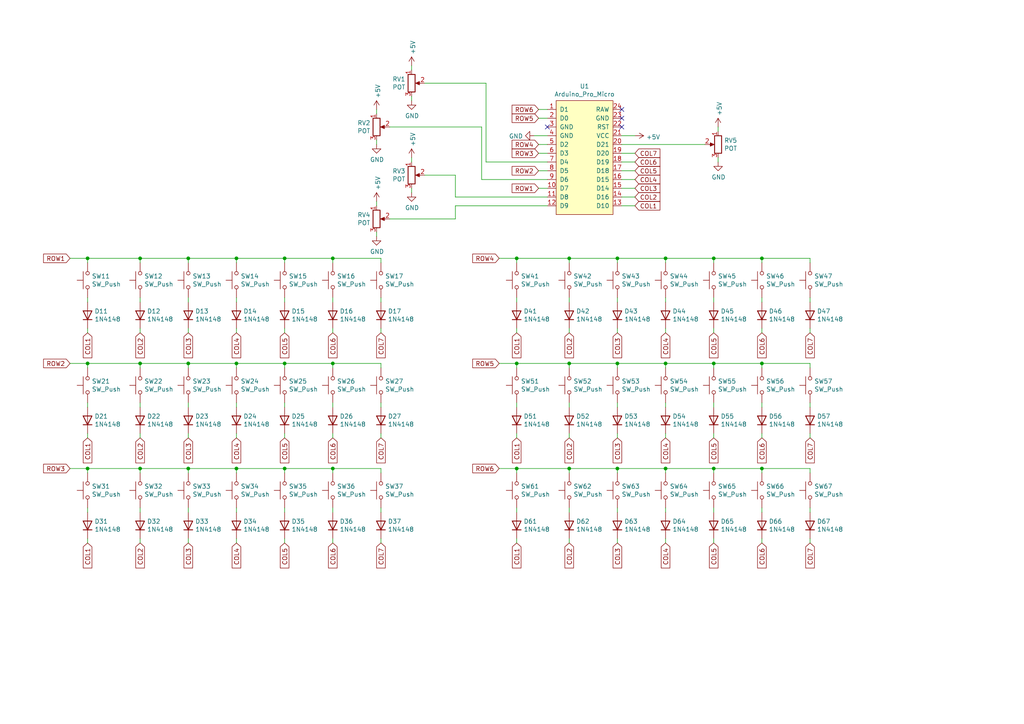
<source format=kicad_sch>
(kicad_sch (version 20211123) (generator eeschema)
  (paper "A4")
  (junction (at 220.98 105.41))
  (junction (at 149.86 105.41))
  (junction (at 193.04 74.93))
  (junction (at 68.58 74.93))
  (junction (at 96.52 105.41))
  (junction (at 207.01 105.41))
  (junction (at 96.52 74.93))
  (junction (at 179.07 135.89))
  (junction (at 40.64 135.89))
  (junction (at 25.4 135.89))
  (junction (at 54.61 105.41))
  (junction (at 54.61 74.93))
  (junction (at 25.4 74.93))
  (junction (at 149.86 74.93))
  (junction (at 179.07 74.93))
  (junction (at 207.01 135.89))
  (junction (at 40.64 105.41))
  (junction (at 25.4 105.41))
  (junction (at 40.64 74.93))
  (junction (at 96.52 135.89))
  (junction (at 149.86 135.89))
  (junction (at 68.58 135.89))
  (junction (at 193.04 105.41))
  (junction (at 165.1 135.89))
  (junction (at 165.1 105.41))
  (junction (at 207.01 74.93))
  (junction (at 68.58 105.41))
  (junction (at 82.55 74.93))
  (junction (at 165.1 74.93))
  (junction (at 220.98 74.93))
  (junction (at 193.04 135.89))
  (junction (at 82.55 105.41))
  (junction (at 220.98 135.89))
  (junction (at 179.07 105.41))
  (junction (at 82.55 135.89))
  (junction (at 54.61 135.89))
  (no_connect (at 180.34 31.75))
  (no_connect (at 158.75 36.83))
  (no_connect (at 180.34 36.83))
  (no_connect (at 180.34 34.29))
  (wire (pts (xy 40.64 106.68) (xy 40.64 105.41)))
  (wire (pts (xy 207.01 116.84) (xy 207.01 118.11)))
  (wire (pts (xy 25.4 135.89) (xy 40.64 135.89)))
  (wire (pts (xy 220.98 74.93) (xy 234.95 74.93)))
  (wire (pts (xy 179.07 116.84) (xy 179.07 118.11)))
  (wire (pts (xy 207.01 105.41) (xy 220.98 105.41)))
  (wire (pts (xy 68.58 157.48) (xy 68.58 156.21)))
  (wire (pts (xy 180.34 49.53) (xy 184.15 49.53)))
  (wire (pts (xy 140.97 46.99) (xy 158.75 46.99)))
  (wire (pts (xy 149.86 147.32) (xy 149.86 148.59)))
  (wire (pts (xy 40.64 116.84) (xy 40.64 118.11)))
  (wire (pts (xy 165.1 135.89) (xy 179.07 135.89)))
  (wire (pts (xy 82.55 96.52) (xy 82.55 95.25)))
  (wire (pts (xy 220.98 86.36) (xy 220.98 87.63)))
  (wire (pts (xy 68.58 74.93) (xy 82.55 74.93)))
  (wire (pts (xy 123.19 24.13) (xy 140.97 24.13)))
  (wire (pts (xy 220.98 127) (xy 220.98 125.73)))
  (wire (pts (xy 96.52 116.84) (xy 96.52 118.11)))
  (wire (pts (xy 96.52 86.36) (xy 96.52 87.63)))
  (wire (pts (xy 40.64 157.48) (xy 40.64 156.21)))
  (wire (pts (xy 144.78 135.89) (xy 149.86 135.89)))
  (wire (pts (xy 96.52 135.89) (xy 110.49 135.89)))
  (wire (pts (xy 179.07 127) (xy 179.07 125.73)))
  (wire (pts (xy 179.07 135.89) (xy 193.04 135.89)))
  (wire (pts (xy 208.28 36.83) (xy 208.28 38.1)))
  (wire (pts (xy 132.08 63.5) (xy 132.08 59.69)))
  (wire (pts (xy 234.95 116.84) (xy 234.95 118.11)))
  (wire (pts (xy 139.7 36.83) (xy 139.7 52.07)))
  (wire (pts (xy 20.32 74.93) (xy 25.4 74.93)))
  (wire (pts (xy 165.1 74.93) (xy 179.07 74.93)))
  (wire (pts (xy 54.61 135.89) (xy 68.58 135.89)))
  (wire (pts (xy 54.61 147.32) (xy 54.61 148.59)))
  (wire (pts (xy 40.64 135.89) (xy 54.61 135.89)))
  (wire (pts (xy 180.34 52.07) (xy 184.15 52.07)))
  (wire (pts (xy 54.61 74.93) (xy 68.58 74.93)))
  (wire (pts (xy 68.58 96.52) (xy 68.58 95.25)))
  (wire (pts (xy 96.52 127) (xy 96.52 125.73)))
  (wire (pts (xy 180.34 39.37) (xy 184.15 39.37)))
  (wire (pts (xy 139.7 52.07) (xy 158.75 52.07)))
  (wire (pts (xy 96.52 147.32) (xy 96.52 148.59)))
  (wire (pts (xy 193.04 74.93) (xy 193.04 76.2)))
  (wire (pts (xy 68.58 74.93) (xy 68.58 76.2)))
  (wire (pts (xy 82.55 86.36) (xy 82.55 87.63)))
  (wire (pts (xy 110.49 86.36) (xy 110.49 87.63)))
  (wire (pts (xy 68.58 127) (xy 68.58 125.73)))
  (wire (pts (xy 40.64 86.36) (xy 40.64 87.63)))
  (wire (pts (xy 179.07 86.36) (xy 179.07 87.63)))
  (wire (pts (xy 113.03 63.5) (xy 132.08 63.5)))
  (wire (pts (xy 149.86 157.48) (xy 149.86 156.21)))
  (wire (pts (xy 234.95 127) (xy 234.95 125.73)))
  (wire (pts (xy 40.64 137.16) (xy 40.64 135.89)))
  (wire (pts (xy 207.01 135.89) (xy 220.98 135.89)))
  (wire (pts (xy 54.61 76.2) (xy 54.61 74.93)))
  (wire (pts (xy 207.01 157.48) (xy 207.01 156.21)))
  (wire (pts (xy 207.01 96.52) (xy 207.01 95.25)))
  (wire (pts (xy 68.58 135.89) (xy 82.55 135.89)))
  (wire (pts (xy 165.1 137.16) (xy 165.1 135.89)))
  (wire (pts (xy 220.98 137.16) (xy 220.98 135.89)))
  (wire (pts (xy 193.04 135.89) (xy 207.01 135.89)))
  (wire (pts (xy 82.55 137.16) (xy 82.55 135.89)))
  (wire (pts (xy 140.97 24.13) (xy 140.97 46.99)))
  (wire (pts (xy 207.01 137.16) (xy 207.01 135.89)))
  (wire (pts (xy 82.55 157.48) (xy 82.55 156.21)))
  (wire (pts (xy 154.94 39.37) (xy 158.75 39.37)))
  (wire (pts (xy 207.01 147.32) (xy 207.01 148.59)))
  (wire (pts (xy 109.22 31.75) (xy 109.22 33.02)))
  (wire (pts (xy 193.04 105.41) (xy 207.01 105.41)))
  (wire (pts (xy 25.4 76.2) (xy 25.4 74.93)))
  (wire (pts (xy 220.98 96.52) (xy 220.98 95.25)))
  (wire (pts (xy 110.49 147.32) (xy 110.49 148.59)))
  (wire (pts (xy 193.04 105.41) (xy 193.04 106.68)))
  (wire (pts (xy 132.08 50.8) (xy 132.08 57.15)))
  (wire (pts (xy 207.01 86.36) (xy 207.01 87.63)))
  (wire (pts (xy 193.04 127) (xy 193.04 125.73)))
  (wire (pts (xy 158.75 34.29) (xy 156.21 34.29)))
  (wire (pts (xy 40.64 127) (xy 40.64 125.73)))
  (wire (pts (xy 220.98 157.48) (xy 220.98 156.21)))
  (wire (pts (xy 54.61 105.41) (xy 68.58 105.41)))
  (wire (pts (xy 156.21 49.53) (xy 158.75 49.53)))
  (wire (pts (xy 110.49 74.93) (xy 110.49 76.2)))
  (wire (pts (xy 156.21 44.45) (xy 158.75 44.45)))
  (wire (pts (xy 110.49 96.52) (xy 110.49 95.25)))
  (wire (pts (xy 96.52 106.68) (xy 96.52 105.41)))
  (wire (pts (xy 149.86 105.41) (xy 165.1 105.41)))
  (wire (pts (xy 68.58 105.41) (xy 82.55 105.41)))
  (wire (pts (xy 25.4 147.32) (xy 25.4 148.59)))
  (wire (pts (xy 180.34 54.61) (xy 184.15 54.61)))
  (wire (pts (xy 207.01 76.2) (xy 207.01 74.93)))
  (wire (pts (xy 180.34 46.99) (xy 184.15 46.99)))
  (wire (pts (xy 25.4 106.68) (xy 25.4 105.41)))
  (wire (pts (xy 149.86 74.93) (xy 165.1 74.93)))
  (wire (pts (xy 207.01 127) (xy 207.01 125.73)))
  (wire (pts (xy 25.4 116.84) (xy 25.4 118.11)))
  (wire (pts (xy 165.1 147.32) (xy 165.1 148.59)))
  (wire (pts (xy 220.98 106.68) (xy 220.98 105.41)))
  (wire (pts (xy 109.22 67.31) (xy 109.22 68.58)))
  (wire (pts (xy 54.61 116.84) (xy 54.61 118.11)))
  (wire (pts (xy 149.86 116.84) (xy 149.86 118.11)))
  (wire (pts (xy 82.55 106.68) (xy 82.55 105.41)))
  (wire (pts (xy 234.95 135.89) (xy 234.95 137.16)))
  (wire (pts (xy 123.19 50.8) (xy 132.08 50.8)))
  (wire (pts (xy 193.04 135.89) (xy 193.04 137.16)))
  (wire (pts (xy 119.38 54.61) (xy 119.38 55.88)))
  (wire (pts (xy 149.86 137.16) (xy 149.86 135.89)))
  (wire (pts (xy 180.34 44.45) (xy 184.15 44.45)))
  (wire (pts (xy 144.78 74.93) (xy 149.86 74.93)))
  (wire (pts (xy 156.21 41.91) (xy 158.75 41.91)))
  (wire (pts (xy 208.28 46.99) (xy 208.28 45.72)))
  (wire (pts (xy 20.32 135.89) (xy 25.4 135.89)))
  (wire (pts (xy 54.61 106.68) (xy 54.61 105.41)))
  (wire (pts (xy 149.86 135.89) (xy 165.1 135.89)))
  (wire (pts (xy 149.86 127) (xy 149.86 125.73)))
  (wire (pts (xy 110.49 116.84) (xy 110.49 118.11)))
  (wire (pts (xy 68.58 116.84) (xy 68.58 118.11)))
  (wire (pts (xy 68.58 86.36) (xy 68.58 87.63)))
  (wire (pts (xy 156.21 54.61) (xy 158.75 54.61)))
  (wire (pts (xy 179.07 157.48) (xy 179.07 156.21)))
  (wire (pts (xy 40.64 147.32) (xy 40.64 148.59)))
  (wire (pts (xy 165.1 105.41) (xy 179.07 105.41)))
  (wire (pts (xy 179.07 105.41) (xy 193.04 105.41)))
  (wire (pts (xy 158.75 31.75) (xy 156.21 31.75)))
  (wire (pts (xy 20.32 105.41) (xy 25.4 105.41)))
  (wire (pts (xy 109.22 58.42) (xy 109.22 59.69)))
  (wire (pts (xy 25.4 96.52) (xy 25.4 95.25)))
  (wire (pts (xy 180.34 41.91) (xy 204.47 41.91)))
  (wire (pts (xy 113.03 36.83) (xy 139.7 36.83)))
  (wire (pts (xy 132.08 59.69) (xy 158.75 59.69)))
  (wire (pts (xy 82.55 74.93) (xy 96.52 74.93)))
  (wire (pts (xy 165.1 96.52) (xy 165.1 95.25)))
  (wire (pts (xy 149.86 86.36) (xy 149.86 87.63)))
  (wire (pts (xy 179.07 74.93) (xy 193.04 74.93)))
  (wire (pts (xy 180.34 59.69) (xy 184.15 59.69)))
  (wire (pts (xy 180.34 57.15) (xy 184.15 57.15)))
  (wire (pts (xy 68.58 105.41) (xy 68.58 106.68)))
  (wire (pts (xy 179.07 137.16) (xy 179.07 135.89)))
  (wire (pts (xy 165.1 86.36) (xy 165.1 87.63)))
  (wire (pts (xy 234.95 147.32) (xy 234.95 148.59)))
  (wire (pts (xy 149.86 76.2) (xy 149.86 74.93)))
  (wire (pts (xy 96.52 157.48) (xy 96.52 156.21)))
  (wire (pts (xy 25.4 157.48) (xy 25.4 156.21)))
  (wire (pts (xy 193.04 96.52) (xy 193.04 95.25)))
  (wire (pts (xy 109.22 40.64) (xy 109.22 41.91)))
  (wire (pts (xy 119.38 19.05) (xy 119.38 20.32)))
  (wire (pts (xy 179.07 96.52) (xy 179.07 95.25)))
  (wire (pts (xy 68.58 147.32) (xy 68.58 148.59)))
  (wire (pts (xy 68.58 135.89) (xy 68.58 137.16)))
  (wire (pts (xy 110.49 105.41) (xy 110.49 106.68)))
  (wire (pts (xy 165.1 76.2) (xy 165.1 74.93)))
  (wire (pts (xy 234.95 105.41) (xy 234.95 106.68)))
  (wire (pts (xy 40.64 76.2) (xy 40.64 74.93)))
  (wire (pts (xy 110.49 135.89) (xy 110.49 137.16)))
  (wire (pts (xy 82.55 116.84) (xy 82.55 118.11)))
  (wire (pts (xy 25.4 137.16) (xy 25.4 135.89)))
  (wire (pts (xy 207.01 106.68) (xy 207.01 105.41)))
  (wire (pts (xy 144.78 105.41) (xy 149.86 105.41)))
  (wire (pts (xy 54.61 96.52) (xy 54.61 95.25)))
  (wire (pts (xy 25.4 74.93) (xy 40.64 74.93)))
  (wire (pts (xy 54.61 127) (xy 54.61 125.73)))
  (wire (pts (xy 220.98 76.2) (xy 220.98 74.93)))
  (wire (pts (xy 234.95 74.93) (xy 234.95 76.2)))
  (wire (pts (xy 54.61 137.16) (xy 54.61 135.89)))
  (wire (pts (xy 96.52 76.2) (xy 96.52 74.93)))
  (wire (pts (xy 149.86 106.68) (xy 149.86 105.41)))
  (wire (pts (xy 96.52 137.16) (xy 96.52 135.89)))
  (wire (pts (xy 40.64 96.52) (xy 40.64 95.25)))
  (wire (pts (xy 193.04 157.48) (xy 193.04 156.21)))
  (wire (pts (xy 82.55 147.32) (xy 82.55 148.59)))
  (wire (pts (xy 165.1 116.84) (xy 165.1 118.11)))
  (wire (pts (xy 82.55 127) (xy 82.55 125.73)))
  (wire (pts (xy 96.52 96.52) (xy 96.52 95.25)))
  (wire (pts (xy 193.04 86.36) (xy 193.04 87.63)))
  (wire (pts (xy 193.04 147.32) (xy 193.04 148.59)))
  (wire (pts (xy 40.64 105.41) (xy 54.61 105.41)))
  (wire (pts (xy 119.38 45.72) (xy 119.38 46.99)))
  (wire (pts (xy 96.52 105.41) (xy 110.49 105.41)))
  (wire (pts (xy 132.08 57.15) (xy 158.75 57.15)))
  (wire (pts (xy 82.55 135.89) (xy 96.52 135.89)))
  (wire (pts (xy 179.07 106.68) (xy 179.07 105.41)))
  (wire (pts (xy 25.4 86.36) (xy 25.4 87.63)))
  (wire (pts (xy 207.01 74.93) (xy 220.98 74.93)))
  (wire (pts (xy 220.98 116.84) (xy 220.98 118.11)))
  (wire (pts (xy 179.07 76.2) (xy 179.07 74.93)))
  (wire (pts (xy 234.95 157.48) (xy 234.95 156.21)))
  (wire (pts (xy 82.55 105.41) (xy 96.52 105.41)))
  (wire (pts (xy 110.49 157.48) (xy 110.49 156.21)))
  (wire (pts (xy 40.64 74.93) (xy 54.61 74.93)))
  (wire (pts (xy 25.4 127) (xy 25.4 125.73)))
  (wire (pts (xy 220.98 105.41) (xy 234.95 105.41)))
  (wire (pts (xy 193.04 74.93) (xy 207.01 74.93)))
  (wire (pts (xy 96.52 74.93) (xy 110.49 74.93)))
  (wire (pts (xy 149.86 96.52) (xy 149.86 95.25)))
  (wire (pts (xy 82.55 76.2) (xy 82.55 74.93)))
  (wire (pts (xy 193.04 116.84) (xy 193.04 118.11)))
  (wire (pts (xy 234.95 86.36) (xy 234.95 87.63)))
  (wire (pts (xy 165.1 106.68) (xy 165.1 105.41)))
  (wire (pts (xy 54.61 157.48) (xy 54.61 156.21)))
  (wire (pts (xy 220.98 147.32) (xy 220.98 148.59)))
  (wire (pts (xy 165.1 127) (xy 165.1 125.73)))
  (wire (pts (xy 234.95 96.52) (xy 234.95 95.25)))
  (wire (pts (xy 54.61 86.36) (xy 54.61 87.63)))
  (wire (pts (xy 220.98 135.89) (xy 234.95 135.89)))
  (wire (pts (xy 110.49 127) (xy 110.49 125.73)))
  (wire (pts (xy 25.4 105.41) (xy 40.64 105.41)))
  (wire (pts (xy 165.1 157.48) (xy 165.1 156.21)))
  (wire (pts (xy 119.38 27.94) (xy 119.38 29.21)))
  (wire (pts (xy 179.07 147.32) (xy 179.07 148.59)))
  (global_label "COL1" (shape input) (at 25.4 127 270) (property "Références Inter-Feuilles" "${INTERSHEET_REFS}" (effects hide)))
  (global_label "COL1" (shape input) (at 25.4 157.48 270) (property "Références Inter-Feuilles" "${INTERSHEET_REFS}" (effects hide)))
  (global_label "COL5" (shape input) (at 82.55 127 270) (property "Références Inter-Feuilles" "${INTERSHEET_REFS}" (effects hide)))
  (global_label "COL7" (shape input) (at 110.49 127 270) (property "Références Inter-Feuilles" "${INTERSHEET_REFS}" (effects hide)))
  (global_label "COL3" (shape input) (at 54.61 157.48 270) (property "Références Inter-Feuilles" "${INTERSHEET_REFS}" (effects hide)))
  (global_label "COL6" (shape input) (at 96.52 127 270) (property "Références Inter-Feuilles" "${INTERSHEET_REFS}" (effects hide)))
  (global_label "COL5" (shape input) (at 207.01 157.48 270) (property "Références Inter-Feuilles" "${INTERSHEET_REFS}" (effects hide)))
  (global_label "COL2" (shape input) (at 40.64 96.52 270) (property "Références Inter-Feuilles" "${INTERSHEET_REFS}" (effects hide)))
  (global_label "COL4" (shape input) (at 68.58 127 270) (property "Références Inter-Feuilles" "${INTERSHEET_REFS}" (effects hide)))
  (global_label "ROW2" (shape input) (at 156.21 49.53 180) (property "Références Inter-Feuilles" "${INTERSHEET_REFS}" (effects hide)))
  (global_label "COL6" (shape input) (at 184.15 46.99 0) (property "Références Inter-Feuilles" "${INTERSHEET_REFS}" (effects hide)))
  (global_label "COL7" (shape input) (at 110.49 96.52 270) (property "Références Inter-Feuilles" "${INTERSHEET_REFS}" (effects hide)))
  (global_label "ROW3" (shape input) (at 156.21 44.45 180) (property "Références Inter-Feuilles" "${INTERSHEET_REFS}" (effects hide)))
  (global_label "COL6" (shape input) (at 220.98 96.52 270) (property "Références Inter-Feuilles" "${INTERSHEET_REFS}" (effects hide)))
  (global_label "ROW1" (shape input) (at 20.32 74.93 180) (property "Références Inter-Feuilles" "${INTERSHEET_REFS}" (effects hide)))
  (global_label "COL3" (shape input) (at 54.61 127 270) (property "Références Inter-Feuilles" "${INTERSHEET_REFS}" (effects hide)))
  (global_label "COL2" (shape input) (at 165.1 96.52 270) (property "Références Inter-Feuilles" "${INTERSHEET_REFS}" (effects hide)))
  (global_label "COL5" (shape input) (at 207.01 127 270) (property "Références Inter-Feuilles" "${INTERSHEET_REFS}" (effects hide)))
  (global_label "COL1" (shape input) (at 184.15 59.69 0) (property "Références Inter-Feuilles" "${INTERSHEET_REFS}" (effects hide)))
  (global_label "COL7" (shape input) (at 234.95 157.48 270) (property "Références Inter-Feuilles" "${INTERSHEET_REFS}" (effects hide)))
  (global_label "COL6" (shape input) (at 96.52 157.48 270) (property "Références Inter-Feuilles" "${INTERSHEET_REFS}" (effects hide)))
  (global_label "ROW4" (shape input) (at 144.78 74.93 180) (property "Références Inter-Feuilles" "${INTERSHEET_REFS}" (effects hide)))
  (global_label "COL2" (shape input) (at 184.15 57.15 0) (property "Références Inter-Feuilles" "${INTERSHEET_REFS}" (effects hide)))
  (global_label "COL7" (shape input) (at 110.49 157.48 270) (property "Références Inter-Feuilles" "${INTERSHEET_REFS}" (effects hide)))
  (global_label "COL3" (shape input) (at 179.07 127 270) (property "Références Inter-Feuilles" "${INTERSHEET_REFS}" (effects hide)))
  (global_label "ROW5" (shape input) (at 144.78 105.41 180) (property "Références Inter-Feuilles" "${INTERSHEET_REFS}" (effects hide)))
  (global_label "COL7" (shape input) (at 234.95 96.52 270) (property "Références Inter-Feuilles" "${INTERSHEET_REFS}" (effects hide)))
  (global_label "ROW5" (shape input) (at 156.21 34.29 180) (property "Références Inter-Feuilles" "${INTERSHEET_REFS}" (effects hide)))
  (global_label "COL7" (shape input) (at 234.95 127 270) (property "Références Inter-Feuilles" "${INTERSHEET_REFS}" (effects hide)))
  (global_label "COL4" (shape input) (at 184.15 52.07 0) (property "Références Inter-Feuilles" "${INTERSHEET_REFS}" (effects hide)))
  (global_label "ROW2" (shape input) (at 20.32 105.41 180) (property "Références Inter-Feuilles" "${INTERSHEET_REFS}" (effects hide)))
  (global_label "COL1" (shape input) (at 25.4 96.52 270) (property "Références Inter-Feuilles" "${INTERSHEET_REFS}" (effects hide)))
  (global_label "COL4" (shape input) (at 193.04 157.48 270) (property "Références Inter-Feuilles" "${INTERSHEET_REFS}" (effects hide)))
  (global_label "COL3" (shape input) (at 54.61 96.52 270) (property "Références Inter-Feuilles" "${INTERSHEET_REFS}" (effects hide)))
  (global_label "COL1" (shape input) (at 149.86 127 270) (property "Références Inter-Feuilles" "${INTERSHEET_REFS}" (effects hide)))
  (global_label "COL4" (shape input) (at 193.04 96.52 270) (property "Références Inter-Feuilles" "${INTERSHEET_REFS}" (effects hide)))
  (global_label "ROW6" (shape input) (at 144.78 135.89 180) (property "Références Inter-Feuilles" "${INTERSHEET_REFS}" (effects hide)))
  (global_label "COL4" (shape input) (at 68.58 96.52 270) (property "Références Inter-Feuilles" "${INTERSHEET_REFS}" (effects hide)))
  (global_label "COL5" (shape input) (at 207.01 96.52 270) (property "Références Inter-Feuilles" "${INTERSHEET_REFS}" (effects hide)))
  (global_label "COL4" (shape input) (at 68.58 157.48 270) (property "Références Inter-Feuilles" "${INTERSHEET_REFS}" (effects hide)))
  (global_label "COL7" (shape input) (at 184.15 44.45 0) (property "Références Inter-Feuilles" "${INTERSHEET_REFS}" (effects hide)))
  (global_label "COL5" (shape input) (at 184.15 49.53 0) (property "Références Inter-Feuilles" "${INTERSHEET_REFS}" (effects hide)))
  (global_label "COL2" (shape input) (at 40.64 127 270) (property "Références Inter-Feuilles" "${INTERSHEET_REFS}" (effects hide)))
  (global_label "ROW6" (shape input) (at 156.21 31.75 180) (property "Références Inter-Feuilles" "${INTERSHEET_REFS}" (effects hide)))
  (global_label "ROW4" (shape input) (at 156.21 41.91 180) (property "Références Inter-Feuilles" "${INTERSHEET_REFS}" (effects hide)))
  (global_label "COL1" (shape input) (at 149.86 157.48 270) (property "Références Inter-Feuilles" "${INTERSHEET_REFS}" (effects hide)))
  (global_label "ROW1" (shape input) (at 156.21 54.61 180) (property "Références Inter-Feuilles" "${INTERSHEET_REFS}" (effects hide)))
  (global_label "COL6" (shape input) (at 220.98 157.48 270) (property "Références Inter-Feuilles" "${INTERSHEET_REFS}" (effects hide)))
  (global_label "COL3" (shape input) (at 179.07 157.48 270) (property "Références Inter-Feuilles" "${INTERSHEET_REFS}" (effects hide)))
  (global_label "ROW3" (shape input) (at 20.32 135.89 180) (property "Références Inter-Feuilles" "${INTERSHEET_REFS}" (effects hide)))
  (global_label "COL6" (shape input) (at 96.52 96.52 270) (property "Références Inter-Feuilles" "${INTERSHEET_REFS}" (effects hide)))
  (global_label "COL2" (shape input) (at 40.64 157.48 270) (property "Références Inter-Feuilles" "${INTERSHEET_REFS}" (effects hide)))
  (global_label "COL3" (shape input) (at 184.15 54.61 0) (property "Références Inter-Feuilles" "${INTERSHEET_REFS}" (effects hide)))
  (global_label "COL6" (shape input) (at 220.98 127 270) (property "Références Inter-Feuilles" "${INTERSHEET_REFS}" (effects hide)))
  (global_label "COL2" (shape input) (at 165.1 157.48 270) (property "Références Inter-Feuilles" "${INTERSHEET_REFS}" (effects hide)))
  (global_label "COL2" (shape input) (at 165.1 127 270) (property "Références Inter-Feuilles" "${INTERSHEET_REFS}" (effects hide)))
  (global_label "COL5" (shape input) (at 82.55 96.52 270) (property "Références Inter-Feuilles" "${INTERSHEET_REFS}" (effects hide)))
  (global_label "COL5" (shape input) (at 82.55 157.48 270) (property "Références Inter-Feuilles" "${INTERSHEET_REFS}" (effects hide)))
  (global_label "COL1" (shape input) (at 149.86 96.52 270) (property "Références Inter-Feuilles" "${INTERSHEET_REFS}" (effects hide)))
  (global_label "COL4" (shape input) (at 193.04 127 270) (property "Références Inter-Feuilles" "${INTERSHEET_REFS}" (effects hide)))
  (global_label "COL3" (shape input) (at 179.07 96.52 270) (property "Références Inter-Feuilles" "${INTERSHEET_REFS}" (effects hide)))
  (symbol (lib_id "Switch:SW_Push") (at 25.4 81.28 90) (unit 1)
    (property "Reference" "SW11" (at 26.6192 80.1116 90) (effects (justify right)))
    (property "Value" "SW_Push" (at 26.6192 82.423 90) (effects (justify right)))
    (property "Footprint" "Button_Switch_Keyboard:SW_Cherry_MX1A_1.00u_PCB" (effects hide))
  )
  (symbol (lib_id "Switch:SW_Push") (at 40.64 81.28 90) (unit 1)
    (property "Reference" "SW12" (at 41.8592 80.1116 90) (effects (justify right)))
    (property "Value" "SW_Push" (at 41.8592 82.423 90) (effects (justify right)))
    (property "Footprint" "Button_Switch_Keyboard:SW_Cherry_MX1A_1.00u_PCB" (effects hide))
  )
  (symbol (lib_id "Switch:SW_Push") (at 54.61 81.28 90) (unit 1)
    (property "Reference" "SW13" (at 55.8292 80.1116 90) (effects (justify right)))
    (property "Value" "SW_Push" (at 55.8292 82.423 90) (effects (justify right)))
    (property "Footprint" "Button_Switch_Keyboard:SW_Cherry_MX1A_1.00u_PCB" (effects hide))
  )
  (symbol (lib_id "Switch:SW_Push") (at 68.58 81.28 90) (unit 1)
    (property "Reference" "SW14" (at 69.7992 80.1116 90) (effects (justify right)))
    (property "Value" "SW_Push" (at 69.7992 82.423 90) (effects (justify right)))
    (property "Footprint" "Button_Switch_Keyboard:SW_Cherry_MX1A_1.00u_PCB" (effects hide))
  )
  (symbol (lib_id "Switch:SW_Push") (at 25.4 111.76 90) (unit 1)
    (property "Reference" "SW21" (at 26.6192 110.5916 90) (effects (justify right)))
    (property "Value" "SW_Push" (at 26.6192 112.903 90) (effects (justify right)))
    (property "Footprint" "Button_Switch_Keyboard:SW_Cherry_MX1A_1.00u_PCB" (effects hide))
  )
  (symbol (lib_id "Switch:SW_Push") (at 54.61 111.76 90) (unit 1)
    (property "Reference" "SW23" (at 55.8292 110.5916 90) (effects (justify right)))
    (property "Value" "SW_Push" (at 55.8292 112.903 90) (effects (justify right)))
    (property "Footprint" "Button_Switch_Keyboard:SW_Cherry_MX1A_1.00u_PCB" (effects hide))
  )
  (symbol (lib_id "Switch:SW_Push") (at 40.64 111.76 90) (unit 1)
    (property "Reference" "SW22" (at 41.8592 110.5916 90) (effects (justify right)))
    (property "Value" "SW_Push" (at 41.8592 112.903 90) (effects (justify right)))
    (property "Footprint" "Button_Switch_Keyboard:SW_Cherry_MX1A_1.00u_PCB" (effects hide))
  )
  (symbol (lib_id "Switch:SW_Push") (at 68.58 111.76 90) (unit 1)
    (property "Reference" "SW24" (at 69.7992 110.5916 90) (effects (justify right)))
    (property "Value" "SW_Push" (at 69.7992 112.903 90) (effects (justify right)))
    (property "Footprint" "Button_Switch_Keyboard:SW_Cherry_MX1A_1.00u_PCB" (effects hide))
  )
  (symbol (lib_id "Diode:1N4148") (at 25.4 91.44 90) (unit 1)
    (property "Reference" "D11" (at 27.4066 90.2716 90) (effects (justify right)))
    (property "Value" "1N4148" (at 27.4066 92.583 90) (effects (justify right)))
    (property "Footprint" "Diode_THT:D_DO-35_SOD27_P10.16mm_Horizontal" (effects hide))
    (property "Datasheet" "http://www.nxp.com/documents/data_sheet/1N4148_1N4448.pdf" (effects hide))
  )
  (symbol (lib_id "Switch:SW_Push") (at 82.55 81.28 90) (unit 1)
    (property "Reference" "SW15" (at 83.7692 80.1116 90) (effects (justify right)))
    (property "Value" "SW_Push" (at 83.7692 82.423 90) (effects (justify right)))
    (property "Footprint" "Button_Switch_Keyboard:SW_Cherry_MX1A_1.00u_PCB" (effects hide))
  )
  (symbol (lib_id "Switch:SW_Push") (at 96.52 81.28 90) (unit 1)
    (property "Reference" "SW16" (at 97.7392 80.1116 90) (effects (justify right)))
    (property "Value" "SW_Push" (at 97.7392 82.423 90) (effects (justify right)))
    (property "Footprint" "Button_Switch_Keyboard:SW_Cherry_MX1A_1.00u_PCB" (effects hide))
  )
  (symbol (lib_id "Switch:SW_Push") (at 110.49 81.28 90) (unit 1)
    (property "Reference" "SW17" (at 111.7092 80.1116 90) (effects (justify right)))
    (property "Value" "SW_Push" (at 111.7092 82.423 90) (effects (justify right)))
    (property "Footprint" "Button_Switch_Keyboard:SW_Cherry_MX1A_1.00u_PCB" (effects hide))
  )
  (symbol (lib_id "Switch:SW_Push") (at 82.55 111.76 90) (unit 1)
    (property "Reference" "SW25" (at 83.7692 110.5916 90) (effects (justify right)))
    (property "Value" "SW_Push" (at 83.7692 112.903 90) (effects (justify right)))
    (property "Footprint" "Button_Switch_Keyboard:SW_Cherry_MX1A_1.00u_PCB" (effects hide))
  )
  (symbol (lib_id "Switch:SW_Push") (at 96.52 111.76 90) (unit 1)
    (property "Reference" "SW26" (at 97.7392 110.5916 90) (effects (justify right)))
    (property "Value" "SW_Push" (at 97.7392 112.903 90) (effects (justify right)))
    (property "Footprint" "Button_Switch_Keyboard:SW_Cherry_MX1A_1.00u_PCB" (effects hide))
  )
  (symbol (lib_id "Switch:SW_Push") (at 110.49 111.76 90) (unit 1)
    (property "Reference" "SW27" (at 111.7092 110.5916 90) (effects (justify right)))
    (property "Value" "SW_Push" (at 111.7092 112.903 90) (effects (justify right)))
    (property "Footprint" "Button_Switch_Keyboard:SW_Cherry_MX1A_1.00u_PCB" (effects hide))
  )
  (symbol (lib_id "Arduino:Arduino_Pro_Micro") (at 167.64 26.67 0) (unit 1)
    (property "Reference" "U1" (at 169.545 25.019 0))
    (property "Value" "Arduino_Pro_Micro" (at 169.545 27.3304 0))
    (property "Footprint" "Package_DIP:DIP-24_W15.24mm" (effects hide))
  )
  (symbol (lib_id "power:+5V") (at 184.15 39.37 270) (unit 1)
    (property "Reference" "#PWR0101" (effects hide))
    (property "Value" "+5V" (at 187.4012 39.751 90) (effects (justify left)))
  )
  (symbol (lib_id "Switch:SW_Push") (at 25.4 142.24 90) (unit 1)
    (property "Reference" "SW31" (at 26.6192 141.0716 90) (effects (justify right)))
    (property "Value" "SW_Push" (at 26.6192 143.383 90) (effects (justify right)))
    (property "Footprint" "Button_Switch_Keyboard:SW_Cherry_MX1A_1.00u_PCB" (effects hide))
  )
  (symbol (lib_id "Switch:SW_Push") (at 54.61 142.24 90) (unit 1)
    (property "Reference" "SW33" (at 55.8292 141.0716 90) (effects (justify right)))
    (property "Value" "SW_Push" (at 55.8292 143.383 90) (effects (justify right)))
    (property "Footprint" "Button_Switch_Keyboard:SW_Cherry_MX1A_1.00u_PCB" (effects hide))
  )
  (symbol (lib_id "Switch:SW_Push") (at 40.64 142.24 90) (unit 1)
    (property "Reference" "SW32" (at 41.8592 141.0716 90) (effects (justify right)))
    (property "Value" "SW_Push" (at 41.8592 143.383 90) (effects (justify right)))
    (property "Footprint" "Button_Switch_Keyboard:SW_Cherry_MX1A_1.00u_PCB" (effects hide))
  )
  (symbol (lib_id "Switch:SW_Push") (at 68.58 142.24 90) (unit 1)
    (property "Reference" "SW34" (at 69.7992 141.0716 90) (effects (justify right)))
    (property "Value" "SW_Push" (at 69.7992 143.383 90) (effects (justify right)))
    (property "Footprint" "Button_Switch_Keyboard:SW_Cherry_MX1A_1.00u_PCB" (effects hide))
  )
  (symbol (lib_id "Switch:SW_Push") (at 82.55 142.24 90) (unit 1)
    (property "Reference" "SW35" (at 83.7692 141.0716 90) (effects (justify right)))
    (property "Value" "SW_Push" (at 83.7692 143.383 90) (effects (justify right)))
    (property "Footprint" "Button_Switch_Keyboard:SW_Cherry_MX1A_1.00u_PCB" (effects hide))
  )
  (symbol (lib_id "Switch:SW_Push") (at 96.52 142.24 90) (unit 1)
    (property "Reference" "SW36" (at 97.7392 141.0716 90) (effects (justify right)))
    (property "Value" "SW_Push" (at 97.7392 143.383 90) (effects (justify right)))
    (property "Footprint" "Button_Switch_Keyboard:SW_Cherry_MX1A_1.00u_PCB" (effects hide))
  )
  (symbol (lib_id "Switch:SW_Push") (at 110.49 142.24 90) (unit 1)
    (property "Reference" "SW37" (at 111.7092 141.0716 90) (effects (justify right)))
    (property "Value" "SW_Push" (at 111.7092 143.383 90) (effects (justify right)))
    (property "Footprint" "Button_Switch_Keyboard:SW_Cherry_MX1A_1.00u_PCB" (effects hide))
  )
  (symbol (lib_id "Diode:1N4148") (at 110.49 152.4 90) (unit 1)
    (property "Reference" "D37" (at 112.4966 151.2316 90) (effects (justify right)))
    (property "Value" "1N4148" (at 112.4966 153.543 90) (effects (justify right)))
    (property "Footprint" "Diode_THT:D_DO-35_SOD27_P10.16mm_Horizontal" (effects hide))
    (property "Datasheet" "http://www.nxp.com/documents/data_sheet/1N4148_1N4448.pdf" (effects hide))
  )
  (symbol (lib_id "Diode:1N4148") (at 96.52 152.4 90) (unit 1)
    (property "Reference" "D36" (at 98.5266 151.2316 90) (effects (justify right)))
    (property "Value" "1N4148" (at 98.5266 153.543 90) (effects (justify right)))
    (property "Footprint" "Diode_THT:D_DO-35_SOD27_P10.16mm_Horizontal" (effects hide))
    (property "Datasheet" "http://www.nxp.com/documents/data_sheet/1N4148_1N4448.pdf" (effects hide))
  )
  (symbol (lib_id "Diode:1N4148") (at 82.55 152.4 90) (unit 1)
    (property "Reference" "D35" (at 84.5566 151.2316 90) (effects (justify right)))
    (property "Value" "1N4148" (at 84.5566 153.543 90) (effects (justify right)))
    (property "Footprint" "Diode_THT:D_DO-35_SOD27_P10.16mm_Horizontal" (effects hide))
    (property "Datasheet" "http://www.nxp.com/documents/data_sheet/1N4148_1N4448.pdf" (effects hide))
  )
  (symbol (lib_id "Diode:1N4148") (at 68.58 152.4 90) (unit 1)
    (property "Reference" "D34" (at 70.5866 151.2316 90) (effects (justify right)))
    (property "Value" "1N4148" (at 70.5866 153.543 90) (effects (justify right)))
    (property "Footprint" "Diode_THT:D_DO-35_SOD27_P10.16mm_Horizontal" (effects hide))
    (property "Datasheet" "http://www.nxp.com/documents/data_sheet/1N4148_1N4448.pdf" (effects hide))
  )
  (symbol (lib_id "Diode:1N4148") (at 54.61 152.4 90) (unit 1)
    (property "Reference" "D33" (at 56.6166 151.2316 90) (effects (justify right)))
    (property "Value" "1N4148" (at 56.6166 153.543 90) (effects (justify right)))
    (property "Footprint" "Diode_THT:D_DO-35_SOD27_P10.16mm_Horizontal" (effects hide))
    (property "Datasheet" "http://www.nxp.com/documents/data_sheet/1N4148_1N4448.pdf" (effects hide))
  )
  (symbol (lib_id "Diode:1N4148") (at 40.64 152.4 90) (unit 1)
    (property "Reference" "D32" (at 42.6466 151.2316 90) (effects (justify right)))
    (property "Value" "1N4148" (at 42.6466 153.543 90) (effects (justify right)))
    (property "Footprint" "Diode_THT:D_DO-35_SOD27_P10.16mm_Horizontal" (effects hide))
    (property "Datasheet" "http://www.nxp.com/documents/data_sheet/1N4148_1N4448.pdf" (effects hide))
  )
  (symbol (lib_id "Diode:1N4148") (at 25.4 152.4 90) (unit 1)
    (property "Reference" "D31" (at 27.4066 151.2316 90) (effects (justify right)))
    (property "Value" "1N4148" (at 27.4066 153.543 90) (effects (justify right)))
    (property "Footprint" "Diode_THT:D_DO-35_SOD27_P10.16mm_Horizontal" (effects hide))
    (property "Datasheet" "http://www.nxp.com/documents/data_sheet/1N4148_1N4448.pdf" (effects hide))
  )
  (symbol (lib_id "Switch:SW_Push") (at 149.86 81.28 90) (unit 1)
    (property "Reference" "SW41" (at 151.0792 80.1116 90) (effects (justify right)))
    (property "Value" "SW_Push" (at 151.0792 82.423 90) (effects (justify right)))
    (property "Footprint" "Button_Switch_Keyboard:SW_Cherry_MX1A_1.00u_PCB" (effects hide))
  )
  (symbol (lib_id "Switch:SW_Push") (at 179.07 81.28 90) (unit 1)
    (property "Reference" "SW43" (at 180.2892 80.1116 90) (effects (justify right)))
    (property "Value" "SW_Push" (at 180.2892 82.423 90) (effects (justify right)))
    (property "Footprint" "Button_Switch_Keyboard:SW_Cherry_MX1A_1.00u_PCB" (effects hide))
  )
  (symbol (lib_id "Switch:SW_Push") (at 165.1 81.28 90) (unit 1)
    (property "Reference" "SW42" (at 166.3192 80.1116 90) (effects (justify right)))
    (property "Value" "SW_Push" (at 166.3192 82.423 90) (effects (justify right)))
    (property "Footprint" "Button_Switch_Keyboard:SW_Cherry_MX1A_1.00u_PCB" (effects hide))
  )
  (symbol (lib_id "Switch:SW_Push") (at 193.04 81.28 90) (unit 1)
    (property "Reference" "SW44" (at 194.2592 80.1116 90) (effects (justify right)))
    (property "Value" "SW_Push" (at 194.2592 82.423 90) (effects (justify right)))
    (property "Footprint" "Button_Switch_Keyboard:SW_Cherry_MX1A_1.00u_PCB" (effects hide))
  )
  (symbol (lib_id "Switch:SW_Push") (at 207.01 81.28 90) (unit 1)
    (property "Reference" "SW45" (at 208.2292 80.1116 90) (effects (justify right)))
    (property "Value" "SW_Push" (at 208.2292 82.423 90) (effects (justify right)))
    (property "Footprint" "Button_Switch_Keyboard:SW_Cherry_MX1A_1.00u_PCB" (effects hide))
  )
  (symbol (lib_id "Switch:SW_Push") (at 220.98 81.28 90) (unit 1)
    (property "Reference" "SW46" (at 222.1992 80.1116 90) (effects (justify right)))
    (property "Value" "SW_Push" (at 222.1992 82.423 90) (effects (justify right)))
    (property "Footprint" "Button_Switch_Keyboard:SW_Cherry_MX1A_1.00u_PCB" (effects hide))
  )
  (symbol (lib_id "Switch:SW_Push") (at 234.95 81.28 90) (unit 1)
    (property "Reference" "SW47" (at 236.1692 80.1116 90) (effects (justify right)))
    (property "Value" "SW_Push" (at 236.1692 82.423 90) (effects (justify right)))
    (property "Footprint" "Button_Switch_Keyboard:SW_Cherry_MX1A_1.00u_PCB" (effects hide))
  )
  (symbol (lib_id "Diode:1N4148") (at 234.95 91.44 90) (unit 1)
    (property "Reference" "D47" (at 236.9566 90.2716 90) (effects (justify right)))
    (property "Value" "1N4148" (at 236.9566 92.583 90) (effects (justify right)))
    (property "Footprint" "Diode_THT:D_DO-35_SOD27_P10.16mm_Horizontal" (effects hide))
    (property "Datasheet" "http://www.nxp.com/documents/data_sheet/1N4148_1N4448.pdf" (effects hide))
  )
  (symbol (lib_id "Diode:1N4148") (at 220.98 91.44 90) (unit 1)
    (property "Reference" "D46" (at 222.9866 90.2716 90) (effects (justify right)))
    (property "Value" "1N4148" (at 222.9866 92.583 90) (effects (justify right)))
    (property "Footprint" "Diode_THT:D_DO-35_SOD27_P10.16mm_Horizontal" (effects hide))
    (property "Datasheet" "http://www.nxp.com/documents/data_sheet/1N4148_1N4448.pdf" (effects hide))
  )
  (symbol (lib_id "Diode:1N4148") (at 207.01 91.44 90) (unit 1)
    (property "Reference" "D45" (at 209.0166 90.2716 90) (effects (justify right)))
    (property "Value" "1N4148" (at 209.0166 92.583 90) (effects (justify right)))
    (property "Footprint" "Diode_THT:D_DO-35_SOD27_P10.16mm_Horizontal" (effects hide))
    (property "Datasheet" "http://www.nxp.com/documents/data_sheet/1N4148_1N4448.pdf" (effects hide))
  )
  (symbol (lib_id "Diode:1N4148") (at 193.04 91.44 90) (unit 1)
    (property "Reference" "D44" (at 195.0466 90.2716 90) (effects (justify right)))
    (property "Value" "1N4148" (at 195.0466 92.583 90) (effects (justify right)))
    (property "Footprint" "Diode_THT:D_DO-35_SOD27_P10.16mm_Horizontal" (effects hide))
    (property "Datasheet" "http://www.nxp.com/documents/data_sheet/1N4148_1N4448.pdf" (effects hide))
  )
  (symbol (lib_id "Diode:1N4148") (at 179.07 91.44 90) (unit 1)
    (property "Reference" "D43" (at 181.0766 90.2716 90) (effects (justify right)))
    (property "Value" "1N4148" (at 181.0766 92.583 90) (effects (justify right)))
    (property "Footprint" "Diode_THT:D_DO-35_SOD27_P10.16mm_Horizontal" (effects hide))
    (property "Datasheet" "http://www.nxp.com/documents/data_sheet/1N4148_1N4448.pdf" (effects hide))
  )
  (symbol (lib_id "Diode:1N4148") (at 165.1 91.44 90) (unit 1)
    (property "Reference" "D42" (at 167.1066 90.2716 90) (effects (justify right)))
    (property "Value" "1N4148" (at 167.1066 92.583 90) (effects (justify right)))
    (property "Footprint" "Diode_THT:D_DO-35_SOD27_P10.16mm_Horizontal" (effects hide))
    (property "Datasheet" "http://www.nxp.com/documents/data_sheet/1N4148_1N4448.pdf" (effects hide))
  )
  (symbol (lib_id "Diode:1N4148") (at 149.86 91.44 90) (unit 1)
    (property "Reference" "D41" (at 151.8666 90.2716 90) (effects (justify right)))
    (property "Value" "1N4148" (at 151.8666 92.583 90) (effects (justify right)))
    (property "Footprint" "Diode_THT:D_DO-35_SOD27_P10.16mm_Horizontal" (effects hide))
    (property "Datasheet" "http://www.nxp.com/documents/data_sheet/1N4148_1N4448.pdf" (effects hide))
  )
  (symbol (lib_id "Diode:1N4148") (at 40.64 91.44 90) (unit 1)
    (property "Reference" "D12" (at 42.6466 90.2716 90) (effects (justify right)))
    (property "Value" "1N4148" (at 42.6466 92.583 90) (effects (justify right)))
    (property "Footprint" "Diode_THT:D_DO-35_SOD27_P10.16mm_Horizontal" (effects hide))
    (property "Datasheet" "http://www.nxp.com/documents/data_sheet/1N4148_1N4448.pdf" (effects hide))
  )
  (symbol (lib_id "Diode:1N4148") (at 54.61 91.44 90) (unit 1)
    (property "Reference" "D13" (at 56.6166 90.2716 90) (effects (justify right)))
    (property "Value" "1N4148" (at 56.6166 92.583 90) (effects (justify right)))
    (property "Footprint" "Diode_THT:D_DO-35_SOD27_P10.16mm_Horizontal" (effects hide))
    (property "Datasheet" "http://www.nxp.com/documents/data_sheet/1N4148_1N4448.pdf" (effects hide))
  )
  (symbol (lib_id "Diode:1N4148") (at 68.58 91.44 90) (unit 1)
    (property "Reference" "D14" (at 70.5866 90.2716 90) (effects (justify right)))
    (property "Value" "1N4148" (at 70.5866 92.583 90) (effects (justify right)))
    (property "Footprint" "Diode_THT:D_DO-35_SOD27_P10.16mm_Horizontal" (effects hide))
    (property "Datasheet" "http://www.nxp.com/documents/data_sheet/1N4148_1N4448.pdf" (effects hide))
  )
  (symbol (lib_id "Diode:1N4148") (at 82.55 91.44 90) (unit 1)
    (property "Reference" "D15" (at 84.5566 90.2716 90) (effects (justify right)))
    (property "Value" "1N4148" (at 84.5566 92.583 90) (effects (justify right)))
    (property "Footprint" "Diode_THT:D_DO-35_SOD27_P10.16mm_Horizontal" (effects hide))
    (property "Datasheet" "http://www.nxp.com/documents/data_sheet/1N4148_1N4448.pdf" (effects hide))
  )
  (symbol (lib_id "Diode:1N4148") (at 96.52 91.44 90) (unit 1)
    (property "Reference" "D16" (at 98.5266 90.2716 90) (effects (justify right)))
    (property "Value" "1N4148" (at 98.5266 92.583 90) (effects (justify right)))
    (property "Footprint" "Diode_THT:D_DO-35_SOD27_P10.16mm_Horizontal" (effects hide))
    (property "Datasheet" "http://www.nxp.com/documents/data_sheet/1N4148_1N4448.pdf" (effects hide))
  )
  (symbol (lib_id "Diode:1N4148") (at 110.49 91.44 90) (unit 1)
    (property "Reference" "D17" (at 112.4966 90.2716 90) (effects (justify right)))
    (property "Value" "1N4148" (at 112.4966 92.583 90) (effects (justify right)))
    (property "Footprint" "Diode_THT:D_DO-35_SOD27_P10.16mm_Horizontal" (effects hide))
    (property "Datasheet" "http://www.nxp.com/documents/data_sheet/1N4148_1N4448.pdf" (effects hide))
  )
  (symbol (lib_id "Diode:1N4148") (at 110.49 121.92 90) (unit 1)
    (property "Reference" "D27" (at 112.4966 120.7516 90) (effects (justify right)))
    (property "Value" "1N4148" (at 112.4966 123.063 90) (effects (justify right)))
    (property "Footprint" "Diode_THT:D_DO-35_SOD27_P10.16mm_Horizontal" (effects hide))
    (property "Datasheet" "http://www.nxp.com/documents/data_sheet/1N4148_1N4448.pdf" (effects hide))
  )
  (symbol (lib_id "Diode:1N4148") (at 96.52 121.92 90) (unit 1)
    (property "Reference" "D26" (at 98.5266 120.7516 90) (effects (justify right)))
    (property "Value" "1N4148" (at 98.5266 123.063 90) (effects (justify right)))
    (property "Footprint" "Diode_THT:D_DO-35_SOD27_P10.16mm_Horizontal" (effects hide))
    (property "Datasheet" "http://www.nxp.com/documents/data_sheet/1N4148_1N4448.pdf" (effects hide))
  )
  (symbol (lib_id "Diode:1N4148") (at 82.55 121.92 90) (unit 1)
    (property "Reference" "D25" (at 84.5566 120.7516 90) (effects (justify right)))
    (property "Value" "1N4148" (at 84.5566 123.063 90) (effects (justify right)))
    (property "Footprint" "Diode_THT:D_DO-35_SOD27_P10.16mm_Horizontal" (effects hide))
    (property "Datasheet" "http://www.nxp.com/documents/data_sheet/1N4148_1N4448.pdf" (effects hide))
  )
  (symbol (lib_id "Diode:1N4148") (at 68.58 121.92 90) (unit 1)
    (property "Reference" "D24" (at 70.5866 120.7516 90) (effects (justify right)))
    (property "Value" "1N4148" (at 70.5866 123.063 90) (effects (justify right)))
    (property "Footprint" "Diode_THT:D_DO-35_SOD27_P10.16mm_Horizontal" (effects hide))
    (property "Datasheet" "http://www.nxp.com/documents/data_sheet/1N4148_1N4448.pdf" (effects hide))
  )
  (symbol (lib_id "Diode:1N4148") (at 54.61 121.92 90) (unit 1)
    (property "Reference" "D23" (at 56.6166 120.7516 90) (effects (justify right)))
    (property "Value" "1N4148" (at 56.6166 123.063 90) (effects (justify right)))
    (property "Footprint" "Diode_THT:D_DO-35_SOD27_P10.16mm_Horizontal" (effects hide))
    (property "Datasheet" "http://www.nxp.com/documents/data_sheet/1N4148_1N4448.pdf" (effects hide))
  )
  (symbol (lib_id "Diode:1N4148") (at 40.64 121.92 90) (unit 1)
    (property "Reference" "D22" (at 42.6466 120.7516 90) (effects (justify right)))
    (property "Value" "1N4148" (at 42.6466 123.063 90) (effects (justify right)))
    (property "Footprint" "Diode_THT:D_DO-35_SOD27_P10.16mm_Horizontal" (effects hide))
    (property "Datasheet" "http://www.nxp.com/documents/data_sheet/1N4148_1N4448.pdf" (effects hide))
  )
  (symbol (lib_id "Diode:1N4148") (at 25.4 121.92 90) (unit 1)
    (property "Reference" "D21" (at 27.4066 120.7516 90) (effects (justify right)))
    (property "Value" "1N4148" (at 27.4066 123.063 90) (effects (justify right)))
    (property "Footprint" "Diode_THT:D_DO-35_SOD27_P10.16mm_Horizontal" (effects hide))
    (property "Datasheet" "http://www.nxp.com/documents/data_sheet/1N4148_1N4448.pdf" (effects hide))
  )
  (symbol (lib_id "Switch:SW_Push") (at 149.86 111.76 90) (unit 1)
    (property "Reference" "SW51" (at 151.0792 110.5916 90) (effects (justify right)))
    (property "Value" "SW_Push" (at 151.0792 112.903 90) (effects (justify right)))
    (property "Footprint" "Button_Switch_Keyboard:SW_Cherry_MX1A_1.00u_PCB" (effects hide))
  )
  (symbol (lib_id "Switch:SW_Push") (at 179.07 111.76 90) (unit 1)
    (property "Reference" "SW53" (at 180.2892 110.5916 90) (effects (justify right)))
    (property "Value" "SW_Push" (at 180.2892 112.903 90) (effects (justify right)))
    (property "Footprint" "Button_Switch_Keyboard:SW_Cherry_MX1A_1.00u_PCB" (effects hide))
  )
  (symbol (lib_id "Switch:SW_Push") (at 165.1 111.76 90) (unit 1)
    (property "Reference" "SW52" (at 166.3192 110.5916 90) (effects (justify right)))
    (property "Value" "SW_Push" (at 166.3192 112.903 90) (effects (justify right)))
    (property "Footprint" "Button_Switch_Keyboard:SW_Cherry_MX1A_1.00u_PCB" (effects hide))
  )
  (symbol (lib_id "Switch:SW_Push") (at 193.04 111.76 90) (unit 1)
    (property "Reference" "SW54" (at 194.2592 110.5916 90) (effects (justify right)))
    (property "Value" "SW_Push" (at 194.2592 112.903 90) (effects (justify right)))
    (property "Footprint" "Button_Switch_Keyboard:SW_Cherry_MX1A_1.00u_PCB" (effects hide))
  )
  (symbol (lib_id "Switch:SW_Push") (at 207.01 111.76 90) (unit 1)
    (property "Reference" "SW55" (at 208.2292 110.5916 90) (effects (justify right)))
    (property "Value" "SW_Push" (at 208.2292 112.903 90) (effects (justify right)))
    (property "Footprint" "Button_Switch_Keyboard:SW_Cherry_MX1A_1.00u_PCB" (effects hide))
  )
  (symbol (lib_id "Switch:SW_Push") (at 220.98 111.76 90) (unit 1)
    (property "Reference" "SW56" (at 222.1992 110.5916 90) (effects (justify right)))
    (property "Value" "SW_Push" (at 222.1992 112.903 90) (effects (justify right)))
    (property "Footprint" "Button_Switch_Keyboard:SW_Cherry_MX1A_1.00u_PCB" (effects hide))
  )
  (symbol (lib_id "Switch:SW_Push") (at 234.95 111.76 90) (unit 1)
    (property "Reference" "SW57" (at 236.1692 110.5916 90) (effects (justify right)))
    (property "Value" "SW_Push" (at 236.1692 112.903 90) (effects (justify right)))
    (property "Footprint" "Button_Switch_Keyboard:SW_Cherry_MX1A_1.00u_PCB" (effects hide))
  )
  (symbol (lib_id "Diode:1N4148") (at 234.95 121.92 90) (unit 1)
    (property "Reference" "D57" (at 236.9566 120.7516 90) (effects (justify right)))
    (property "Value" "1N4148" (at 236.9566 123.063 90) (effects (justify right)))
    (property "Footprint" "Diode_THT:D_DO-35_SOD27_P10.16mm_Horizontal" (effects hide))
    (property "Datasheet" "http://www.nxp.com/documents/data_sheet/1N4148_1N4448.pdf" (effects hide))
  )
  (symbol (lib_id "Diode:1N4148") (at 220.98 121.92 90) (unit 1)
    (property "Reference" "D56" (at 222.9866 120.7516 90) (effects (justify right)))
    (property "Value" "1N4148" (at 222.9866 123.063 90) (effects (justify right)))
    (property "Footprint" "Diode_THT:D_DO-35_SOD27_P10.16mm_Horizontal" (effects hide))
    (property "Datasheet" "http://www.nxp.com/documents/data_sheet/1N4148_1N4448.pdf" (effects hide))
  )
  (symbol (lib_id "Diode:1N4148") (at 207.01 121.92 90) (unit 1)
    (property "Reference" "D55" (at 209.0166 120.7516 90) (effects (justify right)))
    (property "Value" "1N4148" (at 209.0166 123.063 90) (effects (justify right)))
    (property "Footprint" "Diode_THT:D_DO-35_SOD27_P10.16mm_Horizontal" (effects hide))
    (property "Datasheet" "http://www.nxp.com/documents/data_sheet/1N4148_1N4448.pdf" (effects hide))
  )
  (symbol (lib_id "Diode:1N4148") (at 193.04 121.92 90) (unit 1)
    (property "Reference" "D54" (at 195.0466 120.7516 90) (effects (justify right)))
    (property "Value" "1N4148" (at 195.0466 123.063 90) (effects (justify right)))
    (property "Footprint" "Diode_THT:D_DO-35_SOD27_P10.16mm_Horizontal" (effects hide))
    (property "Datasheet" "http://www.nxp.com/documents/data_sheet/1N4148_1N4448.pdf" (effects hide))
  )
  (symbol (lib_id "Diode:1N4148") (at 179.07 121.92 90) (unit 1)
    (property "Reference" "D53" (at 181.0766 120.7516 90) (effects (justify right)))
    (property "Value" "1N4148" (at 181.0766 123.063 90) (effects (justify right)))
    (property "Footprint" "Diode_THT:D_DO-35_SOD27_P10.16mm_Horizontal" (effects hide))
    (property "Datasheet" "http://www.nxp.com/documents/data_sheet/1N4148_1N4448.pdf" (effects hide))
  )
  (symbol (lib_id "Diode:1N4148") (at 165.1 121.92 90) (unit 1)
    (property "Reference" "D52" (at 167.1066 120.7516 90) (effects (justify right)))
    (property "Value" "1N4148" (at 167.1066 123.063 90) (effects (justify right)))
    (property "Footprint" "Diode_THT:D_DO-35_SOD27_P10.16mm_Horizontal" (effects hide))
    (property "Datasheet" "http://www.nxp.com/documents/data_sheet/1N4148_1N4448.pdf" (effects hide))
  )
  (symbol (lib_id "Diode:1N4148") (at 149.86 121.92 90) (unit 1)
    (property "Reference" "D51" (at 151.8666 120.7516 90) (effects (justify right)))
    (property "Value" "1N4148" (at 151.8666 123.063 90) (effects (justify right)))
    (property "Footprint" "Diode_THT:D_DO-35_SOD27_P10.16mm_Horizontal" (effects hide))
    (property "Datasheet" "http://www.nxp.com/documents/data_sheet/1N4148_1N4448.pdf" (effects hide))
  )
  (symbol (lib_id "Switch:SW_Push") (at 149.86 142.24 90) (unit 1)
    (property "Reference" "SW61" (at 151.0792 141.0716 90) (effects (justify right)))
    (property "Value" "SW_Push" (at 151.0792 143.383 90) (effects (justify right)))
    (property "Footprint" "Button_Switch_Keyboard:SW_Cherry_MX1A_1.00u_PCB" (effects hide))
  )
  (symbol (lib_id "Switch:SW_Push") (at 179.07 142.24 90) (unit 1)
    (property "Reference" "SW63" (at 180.2892 141.0716 90) (effects (justify right)))
    (property "Value" "SW_Push" (at 180.2892 143.383 90) (effects (justify right)))
    (property "Footprint" "Button_Switch_Keyboard:SW_Cherry_MX1A_1.00u_PCB" (effects hide))
  )
  (symbol (lib_id "Switch:SW_Push") (at 165.1 142.24 90) (unit 1)
    (property "Reference" "SW62" (at 166.3192 141.0716 90) (effects (justify right)))
    (property "Value" "SW_Push" (at 166.3192 143.383 90) (effects (justify right)))
    (property "Footprint" "Button_Switch_Keyboard:SW_Cherry_MX1A_1.00u_PCB" (effects hide))
  )
  (symbol (lib_id "Switch:SW_Push") (at 193.04 142.24 90) (unit 1)
    (property "Reference" "SW64" (at 194.2592 141.0716 90) (effects (justify right)))
    (property "Value" "SW_Push" (at 194.2592 143.383 90) (effects (justify right)))
    (property "Footprint" "Button_Switch_Keyboard:SW_Cherry_MX1A_1.00u_PCB" (effects hide))
  )
  (symbol (lib_id "Switch:SW_Push") (at 207.01 142.24 90) (unit 1)
    (property "Reference" "SW65" (at 208.2292 141.0716 90) (effects (justify right)))
    (property "Value" "SW_Push" (at 208.2292 143.383 90) (effects (justify right)))
    (property "Footprint" "Button_Switch_Keyboard:SW_Cherry_MX1A_1.00u_PCB" (effects hide))
  )
  (symbol (lib_id "Switch:SW_Push") (at 220.98 142.24 90) (unit 1)
    (property "Reference" "SW66" (at 222.1992 141.0716 90) (effects (justify right)))
    (property "Value" "SW_Push" (at 222.1992 143.383 90) (effects (justify right)))
    (property "Footprint" "Button_Switch_Keyboard:SW_Cherry_MX1A_1.00u_PCB" (effects hide))
  )
  (symbol (lib_id "Switch:SW_Push") (at 234.95 142.24 90) (unit 1)
    (property "Reference" "SW67" (at 236.1692 141.0716 90) (effects (justify right)))
    (property "Value" "SW_Push" (at 236.1692 143.383 90) (effects (justify right)))
    (property "Footprint" "Button_Switch_Keyboard:SW_Cherry_MX1A_1.00u_PCB" (effects hide))
  )
  (symbol (lib_id "Diode:1N4148") (at 234.95 152.4 90) (unit 1)
    (property "Reference" "D67" (at 236.9566 151.2316 90) (effects (justify right)))
    (property "Value" "1N4148" (at 236.9566 153.543 90) (effects (justify right)))
    (property "Footprint" "Diode_THT:D_DO-35_SOD27_P10.16mm_Horizontal" (effects hide))
    (property "Datasheet" "http://www.nxp.com/documents/data_sheet/1N4148_1N4448.pdf" (effects hide))
  )
  (symbol (lib_id "Diode:1N4148") (at 220.98 152.4 90) (unit 1)
    (property "Reference" "D66" (at 222.9866 151.2316 90) (effects (justify right)))
    (property "Value" "1N4148" (at 222.9866 153.543 90) (effects (justify right)))
    (property "Footprint" "Diode_THT:D_DO-35_SOD27_P10.16mm_Horizontal" (effects hide))
    (property "Datasheet" "http://www.nxp.com/documents/data_sheet/1N4148_1N4448.pdf" (effects hide))
  )
  (symbol (lib_id "Diode:1N4148") (at 207.01 152.4 90) (unit 1)
    (property "Reference" "D65" (at 209.0166 151.2316 90) (effects (justify right)))
    (property "Value" "1N4148" (at 209.0166 153.543 90) (effects (justify right)))
    (property "Footprint" "Diode_THT:D_DO-35_SOD27_P10.16mm_Horizontal" (effects hide))
    (property "Datasheet" "http://www.nxp.com/documents/data_sheet/1N4148_1N4448.pdf" (effects hide))
  )
  (symbol (lib_id "Diode:1N4148") (at 193.04 152.4 90) (unit 1)
    (property "Reference" "D64" (at 195.0466 151.2316 90) (effects (justify right)))
    (property "Value" "1N4148" (at 195.0466 153.543 90) (effects (justify right)))
    (property "Footprint" "Diode_THT:D_DO-35_SOD27_P10.16mm_Horizontal" (effects hide))
    (property "Datasheet" "http://www.nxp.com/documents/data_sheet/1N4148_1N4448.pdf" (effects hide))
  )
  (symbol (lib_id "Diode:1N4148") (at 179.07 152.4 90) (unit 1)
    (property "Reference" "D63" (at 181.0766 151.2316 90) (effects (justify right)))
    (property "Value" "1N4148" (at 181.0766 153.543 90) (effects (justify right)))
    (property "Footprint" "Diode_THT:D_DO-35_SOD27_P10.16mm_Horizontal" (effects hide))
    (property "Datasheet" "http://www.nxp.com/documents/data_sheet/1N4148_1N4448.pdf" (effects hide))
  )
  (symbol (lib_id "Diode:1N4148") (at 165.1 152.4 90) (unit 1)
    (property "Reference" "D62" (at 167.1066 151.2316 90) (effects (justify right)))
    (property "Value" "1N4148" (at 167.1066 153.543 90) (effects (justify right)))
    (property "Footprint" "Diode_THT:D_DO-35_SOD27_P10.16mm_Horizontal" (effects hide))
    (property "Datasheet" "http://www.nxp.com/documents/data_sheet/1N4148_1N4448.pdf" (effects hide))
  )
  (symbol (lib_id "Diode:1N4148") (at 149.86 152.4 90) (unit 1)
    (property "Reference" "D61" (at 151.8666 151.2316 90) (effects (justify right)))
    (property "Value" "1N4148" (at 151.8666 153.543 90) (effects (justify right)))
    (property "Footprint" "Diode_THT:D_DO-35_SOD27_P10.16mm_Horizontal" (effects hide))
    (property "Datasheet" "http://www.nxp.com/documents/data_sheet/1N4148_1N4448.pdf" (effects hide))
  )
  (symbol (lib_id "Device:R_Potentiometer") (at 119.38 24.13 0) (unit 1)
    (property "Reference" "RV1" (at 117.602 22.9616 0) (effects (justify right)))
    (property "Value" "POT" (at 117.602 25.273 0) (effects (justify right)))
    (property "Footprint" "Potentiometer_THT:Potentiometer_Bourns_PTV09A-1_Single_Vertical" (effects hide))
  )
  (symbol (lib_id "power:+5V") (at 208.28 36.83 0) (unit 1)
    (property "Reference" "#PWR0102" (effects hide))
    (property "Value" "+5V" (at 208.661 33.5788 90) (effects (justify left)))
  )
  (symbol (lib_id "power:GND") (at 208.28 46.99 0) (unit 1)
    (property "Reference" "#PWR0103" (effects hide))
    (property "Value" "GND" (at 208.407 51.3842 0))
  )
  (symbol (lib_id "power:GND") (at 119.38 29.21 0) (unit 1)
    (property "Reference" "#PWR0104" (effects hide))
    (property "Value" "GND" (at 119.507 33.6042 0))
  )
  (symbol (lib_id "power:GND") (at 109.22 41.91 0) (unit 1)
    (property "Reference" "#PWR0105" (effects hide))
    (property "Value" "GND" (at 109.347 46.3042 0))
  )
  (symbol (lib_id "power:GND") (at 119.38 55.88 0) (unit 1)
    (property "Reference" "#PWR0106" (effects hide))
    (property "Value" "GND" (at 119.507 60.2742 0))
  )
  (symbol (lib_id "power:GND") (at 109.22 68.58 0) (unit 1)
    (property "Reference" "#PWR0107" (effects hide))
    (property "Value" "GND" (at 109.347 72.9742 0))
  )
  (symbol (lib_id "power:+5V") (at 119.38 19.05 0) (unit 1)
    (property "Reference" "#PWR0108" (effects hide))
    (property "Value" "+5V" (at 119.761 15.7988 90) (effects (justify left)))
  )
  (symbol (lib_id "power:+5V") (at 109.22 31.75 0) (unit 1)
    (property "Reference" "#PWR0109" (effects hide))
    (property "Value" "+5V" (at 109.601 28.4988 90) (effects (justify left)))
  )
  (symbol (lib_id "power:+5V") (at 119.38 45.72 0) (unit 1)
    (property "Reference" "#PWR0110" (effects hide))
    (property "Value" "+5V" (at 119.761 42.4688 90) (effects (justify left)))
  )
  (symbol (lib_id "power:+5V") (at 109.22 58.42 0) (unit 1)
    (property "Reference" "#PWR0111" (effects hide))
    (property "Value" "+5V" (at 109.601 55.1688 90) (effects (justify left)))
  )
  (symbol (lib_id "power:GND") (at 154.94 39.37 270) (unit 1)
    (property "Reference" "#PWR0113" (effects hide))
    (property "Value" "GND" (at 151.6888 39.497 90) (effects (justify right)))
  )
  (symbol (lib_id "Device:R_Potentiometer") (at 109.22 36.83 0) (unit 1)
    (property "Reference" "RV2" (at 107.442 35.6616 0) (effects (justify right)))
    (property "Value" "POT" (at 107.442 37.973 0) (effects (justify right)))
    (property "Footprint" "Potentiometer_THT:Potentiometer_Bourns_PTV09A-1_Single_Vertical" (effects hide))
  )
  (symbol (lib_id "Device:R_Potentiometer") (at 119.38 50.8 0) (unit 1)
    (property "Reference" "RV3" (at 117.602 49.6316 0) (effects (justify right)))
    (property "Value" "POT" (at 117.602 51.943 0) (effects (justify right)))
    (property "Footprint" "Potentiometer_THT:Potentiometer_Bourns_PTV09A-1_Single_Vertical" (effects hide))
  )
  (symbol (lib_id "Device:R_Potentiometer") (at 109.22 63.5 0) (unit 1)
    (property "Reference" "RV4" (at 107.442 62.3316 0) (effects (justify right)))
    (property "Value" "POT" (at 107.442 64.643 0) (effects (justify right)))
    (property "Footprint" "Potentiometer_THT:Potentiometer_Bourns_PTV09A-1_Single_Vertical" (effects hide))
  )
  (symbol (lib_id "Device:R_Potentiometer") (at 208.28 41.91 0) (mirror y) (unit 1)
    (property "Reference" "RV5" (at 210.0326 40.7416 0) (effects (justify right)))
    (property "Value" "POT" (at 210.0326 43.053 0) (effects (justify right)))
    (property "Footprint" "Potentiometer_THT:Potentiometer_Bourns_PTV09A-1_Single_Vertical" (effects hide))
  )
)
</source>
